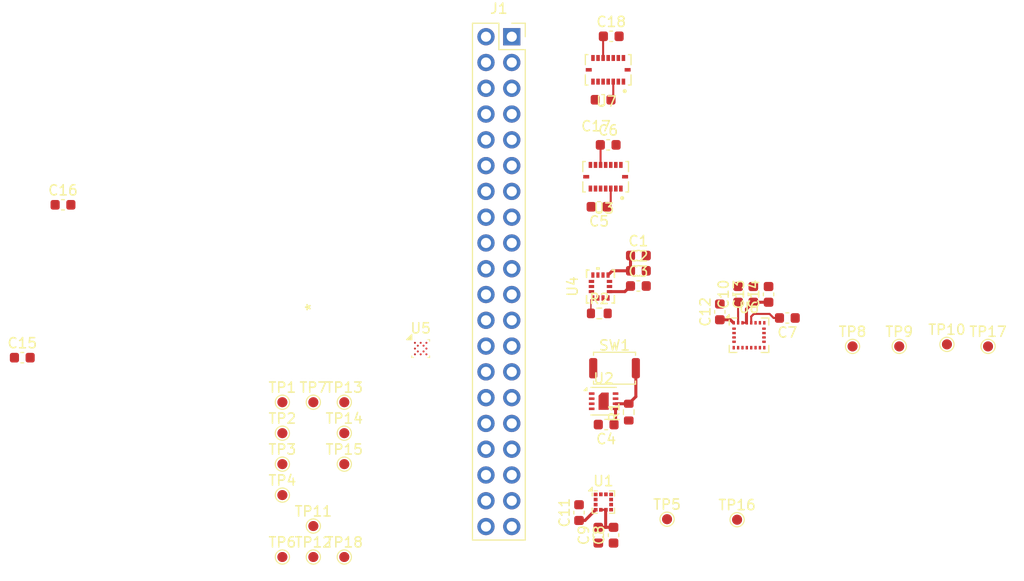
<source format=kicad_pcb>
(kicad_pcb (version 20241228) (generator "pcbnew") (generator_version "9.0")
  (layers (0 "F.Cu" signal) (2 "B.Cu" signal) (13 "F.Paste" user) (15 "B.Paste" user) (5 "F.SilkS" user "F.Silkscreen") (7 "B.SilkS" user "B.Silkscreen") (1 "F.Mask" user) (3 "B.Mask" user) (25 "Edge.Cuts" user))
  (net 0 "")
  (net 1 "GND")
  (net 2 "/+3.3V")
  (net 3 "Net-(U6-CAP)")
  (net 4 "Net-(U6-C1)")
  (net 5 "Net-(U1-C1)")
  (net 6 "Net-(U2-~{RESET})")
  (net 7 "/Sensors/+3.3v")
  (net 8 "Net-(U1-DRDY)")
  (net 9 "/GPIO_139")
  (net 10 "Net-(U1-INT)")
  (net 11 "/GPIO_138")
  (net 13 "Net-(U5-DRDY)")
  (net 14 "Net-(U5-INT)")
  (net 16 "Net-(U6-INT2_A{slash}G)")
  (net 17 "Net-(U6-DRDY_M)")
  (net 18 "Net-(U6-INT1_A{slash}G)")
  (net 19 "Net-(U6-INT_M)")
  (net 20 "/GPIO_44")
  (net 21 "/GPIO_41")
  (net 23 "/GPIO_107")
  (net 24 "/GPIO_105")
  (net 25 "/GPIO_103")
  (net 26 "/GPIO_42")
  (net 27 "/GPIO_109")
  (net 28 "/GPIO_13")
  (net 29 "/+5.0V")
  (net 30 "/GPIO_14")
  (net 31 "/GPIO_113")
  (net 32 "/GPIO_111")
  (net 33 "/GPIO_63")
  (net 34 "/GPIO_43")
  (net 35 "/GPIO_45")
  (net 36 "/GPIO_150")
  (net 37 "/GPIO_0")
  (net 38 "/GPIO_110")
  (net 40 "/GPIO_112")
  (net 41 "/GPIO_148")
  (net 42 "/GPIO_115")
  (net 43 "/GPIO_106")
  (net 44 "/GPIO_114")
  (net 45 "/GPIO_47")
  (net 47 "Net-(U3-INT3)")
  (net 48 "Net-(U3-INT4)")
  (net 49 "Net-(U3-INT1)")
  (net 50 "Net-(U3-INT2)")
  (net 51 "Net-(U7-INT4)")
  (net 52 "Net-(U7-INT2)")
  (net 53 "Net-(U7-INT3)")
  (net 55 "Net-(U7-INT1)")
  (net 56 "Net-(U4-AP_SDO{slash}AP_AD0)")
  (net 58 "Net-(U4-INT2{slash}FSYNC{slash}CLKIN)")
  (net 59 "Net-(U4-INT1{slash}INT)")
  (net 62 "/SARADC_IN4")
  (footprint "TestPoint:TestPoint_Pad_D1.0mm" (layer "F.Cu") (at 149.4 97.25)
    (property "Reference" "TP1" (at 0 -1.448 0) (layer "F.SilkS"))
    (property "Value" "TestPoint")
    (fp_circle (center 0 0) (end 0 0.7) (stroke (width 0.12)) (fill no) (layer "F.SilkS"))
    (pad "1" smd circle (at 0 0) (size 1 1) (layers "F.Cu" "F.Mask") (net 49 "Net-(U3-INT1)"))
  )
  (footprint "Capacitor_SMD:C_0603_1608Metric" (layer "F.Cu") (at 184.475 82.8)
    (property "Reference" "C1" (at 0 -1.43 0) (layer "F.SilkS"))
    (property "Value" "0.1uF")
    (fp_line (start -0.14058 -0.51) (end 0.14058 -0.51) (stroke (width 0.12)) (layer "F.SilkS"))
    (fp_line (start -0.14058 0.51) (end 0.14058 0.51) (stroke (width 0.12)) (layer "F.SilkS"))
    (pad "1" smd roundrect (at -0.775 0) (size 0.9 0.95) (layers "F.Cu" "F.Mask" "F.Paste") (net 2 "/+3.3V"))
    (pad "2" smd roundrect (at 0.775 0) (size 0.9 0.95) (layers "F.Cu" "F.Mask" "F.Paste") (net 1 "GND"))
  )
  (footprint "Capacitor_SMD:C_0603_1608Metric" (layer "F.Cu") (at 180.526 110.3505 90)
    (property "Reference" "C9" (at 0 -1.43 90) (layer "F.SilkS"))
    (property "Value" "100nF")
    (fp_line (start -0.14058 -0.51) (end 0.14058 -0.51) (stroke (width 0.12)) (layer "F.SilkS"))
    (fp_line (start -0.14058 0.51) (end 0.14058 0.51) (stroke (width 0.12)) (layer "F.SilkS"))
    (pad "1" smd roundrect (at -0.775 0 90) (size 0.9 0.95) (layers "F.Cu" "F.Mask" "F.Paste") (net 1 "GND"))
    (pad "2" smd roundrect (at 0.775 0 90) (size 0.9 0.95) (layers "F.Cu" "F.Mask" "F.Paste") (net 2 "/+3.3V"))
  )
  (footprint "Capacitor_SMD:C_0603_1608Metric" (layer "F.Cu") (at 123.775 92.86)
    (property "Reference" "C15" (at 0 -1.43 0) (layer "F.SilkS"))
    (property "Value" "0.1uF")
    (fp_line (start -0.14058 -0.51) (end 0.14058 -0.51) (stroke (width 0.12)) (layer "F.SilkS"))
    (fp_line (start -0.14058 0.51) (end 0.14058 0.51) (stroke (width 0.12)) (layer "F.SilkS"))
    (pad "1" smd roundrect (at -0.775 0) (size 0.9 0.95) (layers "F.Cu" "F.Mask" "F.Paste") (net 1 "GND"))
    (pad "2" smd roundrect (at 0.775 0) (size 0.9 0.95) (layers "F.Cu" "F.Mask" "F.Paste") (net 2 "/+3.3V"))
  )
  (footprint "Package_CSP:WLCSP-12_1.56x1.56mm_P0.4mm" (layer "F.Cu") (at 163.025 91.965)
    (property "Reference" "U5" (at 0 -2 0) (layer "F.SilkS"))
    (property "Value" "BMM150")
    (fp_line (start -0.88 0.88) (end -0.88 0.72) (stroke (width 0.1)) (layer "F.SilkS"))
    (fp_line (start -0.88 0.88) (end -0.72 0.88) (stroke (width 0.1)) (layer "F.SilkS"))
    (fp_line (start 0.88 -0.88) (end 0.72 -0.88) (stroke (width 0.1)) (layer "F.SilkS"))
    (fp_line (start 0.88 -0.88) (end 0.88 -0.72) (stroke (width 0.1)) (layer "F.SilkS"))
    (fp_line (start 0.88 0.88) (end 0.72 0.88) (stroke (width 0.1)) (layer "F.SilkS"))
    (fp_line (start 0.88 0.88) (end 0.88 0.72) (stroke (width 0.1)) (layer "F.SilkS"))
    (fp_poly (pts (xy -0.88 -0.88) (xy -1.38 -0.88) (xy -0.88 -1.38) (xy -0.88 -0.88)) (stroke (width 0.12)) (fill yes) (layer "F.SilkS"))
    (pad "A1" smd circle (at -0.566 -0.566) (size 0.2 0.2) (property pad_prop_bga) (layers "F.Cu" "F.Mask" "F.Paste") (net 2 "/+3.3V"))
    (pad "A3" smd circle (at 0 -0.566) (size 0.2 0.2) (property pad_prop_bga) (layers "F.Cu" "F.Mask" "F.Paste") (net 11 "/GPIO_138"))
    (pad "A5" smd circle (at 0.566 -0.566) (size 0.2 0.2) (property pad_prop_bga) (layers "F.Cu" "F.Mask" "F.Paste") (net 1 "GND"))
    (pad "B2" smd circle (at -0.283 -0.283) (size 0.2 0.2) (property pad_prop_bga) (layers "F.Cu" "F.Mask" "F.Paste") (net 2 "/+3.3V"))
    (pad "B4" smd circle (at 0.283 -0.283) (size 0.2 0.2) (property pad_prop_bga) (layers "F.Cu" "F.Mask" "F.Paste") (net 9 "/GPIO_139"))
    (pad "C1" smd circle (at -0.566 0) (size 0.2 0.2) (property pad_prop_bga) (layers "F.Cu" "F.Mask" "F.Paste") (net 1 "GND"))
    (pad "C5" smd circle (at 0.566 0) (size 0.2 0.2) (property pad_prop_bga) (layers "F.Cu" "F.Mask" "F.Paste") (net 1 "GND"))
    (pad "D2" smd circle (at -0.283 0.283) (size 0.2 0.2) (property pad_prop_bga) (layers "F.Cu" "F.Mask" "F.Paste") (net 14 "Net-(U5-INT)"))
    (pad "D4" smd circle (at 0.283 0.283) (size 0.2 0.2) (property pad_prop_bga) (layers "F.Cu" "F.Mask" "F.Paste") (net 13 "Net-(U5-DRDY)"))
    (pad "E1" smd circle (at -0.566 0.566) (size 0.2 0.2) (property pad_prop_bga) (layers "F.Cu" "F.Mask" "F.Paste") (net 1 "GND"))
    (pad "E3" smd circle (at 0 0.566) (size 0.2 0.2) (property pad_prop_bga) (layers "F.Cu" "F.Mask" "F.Paste") (net 1 "GND"))
    (pad "E5" smd circle (at 0.566 0.566) (size 0.2 0.2) (property pad_prop_bga) (layers "F.Cu" "F.Mask" "F.Paste") (net 2 "/+3.3V"))
  )
  (footprint "Sensor_Humidity:Sensirion_DFN-8-1EP_2.5x2.5mm_P0.5mm_EP1.1x1.7mm" (layer "F.Cu") (at 181.05 97.15)
    (property "Reference" "U2" (at 0 -2.25 0) (layer "F.SilkS"))
    (property "Value" "SHT35-DIS")
    (fp_line (start -1.25 -1.36) (end 1.25 -1.36) (stroke (width 0.12)) (layer "F.SilkS"))
    (fp_line (start -1.25 1.36) (end 1.25 1.36) (stroke (width 0.12)) (layer "F.SilkS"))
    (fp_poly (pts (xy -1.65 -1.05) (xy -1.93 -1.05) (xy -1.65 -1.33) (xy -1.65 -1.05)) (stroke (width 0.12)) (fill yes) (layer "F.SilkS"))
    (pad "1" smd rect (at -1.175 -0.75) (size 0.55 0.25) (layers "F.Cu" "F.Mask" "F.Paste") (net 9 "/GPIO_139"))
    (pad "2" smd rect (at -1.175 -0.25) (size 0.55 0.25) (layers "F.Cu" "F.Mask" "F.Paste") (net 1 "GND"))
    (pad "3" smd rect (at -1.175 0.25) (size 0.55 0.25) (layers "F.Cu" "F.Mask" "F.Paste"))
    (pad "4" smd rect (at -1.175 0.75 180) (size 0.55 0.25) (layers "F.Cu" "F.Mask" "F.Paste") (net 11 "/GPIO_138"))
    (pad "5" smd rect (at 1.175 0.75) (size 0.55 0.25) (layers "F.Cu" "F.Mask" "F.Paste") (net 2 "/+3.3V"))
    (pad "6" smd rect (at 1.175 0.25) (size 0.55 0.25) (layers "F.Cu" "F.Mask" "F.Paste") (net 6 "Net-(U2-~{RESET})"))
    (pad "7" smd rect (at 1.175 -0.25) (size 0.55 0.25) (layers "F.Cu" "F.Mask" "F.Paste") (net 1 "GND"))
    (pad "8" smd rect (at 1.175 -0.75) (size 0.55 0.25) (layers "F.Cu" "F.Mask" "F.Paste") (net 1 "GND"))
    (pad "9" smd custom (at 0 0) (size 1 1) (layers "F.Cu" "F.Mask") (net 1 "GND") (options (clearance outline) (anchor circle)) (primitives (gr_poly (pts (xy 0.5 0.85) (xy -0.5 0.85) (xy -0.5 -0.55) (xy -0.2 -0.85) (xy 0.5 -0.85)) (width 0) (fill yes))))
  )
  (footprint "TestPoint:TestPoint_Pad_D1.0mm" (layer "F.Cu") (at 210.175 91.75)
    (property "Reference" "TP9" (at 0 -1.448 0) (layer "F.SilkS"))
    (property "Value" "TestPoint")
    (fp_circle (center 0 0) (end 0 0.7) (stroke (width 0.12)) (fill no) (layer "F.SilkS"))
    (pad "1" smd circle (at 0 0) (size 1 1) (layers "F.Cu" "F.Mask") (net 16 "Net-(U6-INT2_A{slash}G)"))
  )
  (footprint "Capacitor_SMD:C_0603_1608Metric" (layer "F.Cu") (at 181.5 71.895)
    (property "Reference" "C6" (at 0 -1.43 360) (layer "F.SilkS"))
    (property "Value" "0.1uF")
    (fp_line (start -0.14058 -0.51) (end 0.14058 -0.51) (stroke (width 0.12)) (layer "F.SilkS"))
    (fp_line (start -0.14058 0.51) (end 0.14058 0.51) (stroke (width 0.12)) (layer "F.SilkS"))
    (pad "1" smd roundrect (at -0.775 0) (size 0.9 0.95) (layers "F.Cu" "F.Mask" "F.Paste") (net 2 "/+3.3V"))
    (pad "2" smd roundrect (at 0.775 0) (size 0.9 0.95) (layers "F.Cu" "F.Mask" "F.Paste") (net 1 "GND"))
  )
  (footprint "TestPoint:TestPoint_Pad_D1.0mm" (layer "F.Cu") (at 149.4 103.35)
    (property "Reference" "TP3" (at 0 -1.448 0) (layer "F.SilkS"))
    (property "Value" "TestPoint")
    (fp_circle (center 0 0) (end 0 0.7) (stroke (width 0.12)) (fill no) (layer "F.SilkS"))
    (pad "1" smd circle (at 0 0) (size 1 1) (layers "F.Cu" "F.Mask") (net 47 "Net-(U3-INT3)"))
  )
  (footprint "Button_Switch_SMD:SW_Push_SPST_NO_Alps_SKRK" (layer "F.Cu") (at 182.125 93.9)
    (property "Reference" "SW1" (at 0 -2.25 360) (layer "F.SilkS"))
    (property "Value" "SW_Push")
    (fp_line (start -2.07 -1.57) (end 2.07 -1.57) (stroke (width 0.12)) (layer "F.SilkS"))
    (fp_line (start -2.07 -1.27) (end -2.07 -1.57) (stroke (width 0.12)) (layer "F.SilkS"))
    (fp_line (start -2.07 1.57) (end -2.07 1.27) (stroke (width 0.12)) (layer "F.SilkS"))
    (fp_line (start 2.07 -1.57) (end 2.07 -1.27) (stroke (width 0.12)) (layer "F.SilkS"))
    (fp_line (start 2.07 1.27) (end 2.07 1.57) (stroke (width 0.12)) (layer "F.SilkS"))
    (fp_line (start 2.07 1.57) (end -2.07 1.57) (stroke (width 0.12)) (layer "F.SilkS"))
    (pad "1" smd roundrect (at -2.1 0) (size 0.8 2) (layers "F.Cu" "F.Mask" "F.Paste") (net 1 "GND"))
    (pad "2" smd roundrect (at 2.1 0) (size 0.8 2) (layers "F.Cu" "F.Mask" "F.Paste") (net 6 "Net-(U2-~{RESET})"))
  )
  (footprint "Capacitor_SMD:C_0603_1608Metric" (layer "F.Cu") (at 184.475 85.8)
    (property "Reference" "C3" (at 0 -1.43 0) (layer "F.SilkS"))
    (property "Value" "10nF")
    (fp_line (start -0.14058 -0.51) (end 0.14058 -0.51) (stroke (width 0.12)) (layer "F.SilkS"))
    (fp_line (start -0.14058 0.51) (end 0.14058 0.51) (stroke (width 0.12)) (layer "F.SilkS"))
    (pad "1" smd roundrect (at -0.775 0) (size 0.9 0.95) (layers "F.Cu" "F.Mask" "F.Paste") (net 2 "/+3.3V"))
    (pad "2" smd roundrect (at 0.775 0) (size 0.9 0.95) (layers "F.Cu" "F.Mask" "F.Paste") (net 1 "GND"))
  )
  (footprint "Capacitor_SMD:C_0603_1608Metric" (layer "F.Cu") (at 178.626 108.1255 90)
    (property "Reference" "C11" (at 0 -1.43 90) (layer "F.SilkS"))
    (property "Value" "100nF")
    (fp_line (start -0.14058 -0.51) (end 0.14058 -0.51) (stroke (width 0.12)) (layer "F.SilkS"))
    (fp_line (start -0.14058 0.51) (end 0.14058 0.51) (stroke (width 0.12)) (layer "F.SilkS"))
    (pad "1" smd roundrect (at -0.775 0 90) (size 0.9 0.95) (layers "F.Cu" "F.Mask" "F.Paste") (net 5 "Net-(U1-C1)"))
    (pad "2" smd roundrect (at 0.775 0 90) (size 0.9 0.95) (layers "F.Cu" "F.Mask" "F.Paste") (net 1 "GND"))
  )
  (footprint "Capacitor_SMD:C_0603_1608Metric" (layer "F.Cu") (at 127.785 77.8)
    (property "Reference" "C16" (at 0 -1.43 0) (layer "F.SilkS"))
    (property "Value" "0.1uF")
    (fp_line (start -0.14058 -0.51) (end 0.14058 -0.51) (stroke (width 0.12)) (layer "F.SilkS"))
    (fp_line (start -0.14058 0.51) (end 0.14058 0.51) (stroke (width 0.12)) (layer "F.SilkS"))
    (pad "1" smd roundrect (at -0.775 0) (size 0.9 0.95) (layers "F.Cu" "F.Mask" "F.Paste") (net 2 "/+3.3V"))
    (pad "2" smd roundrect (at 0.775 0) (size 0.9 0.95) (layers "F.Cu" "F.Mask" "F.Paste") (net 1 "GND"))
  )
  (footprint "Capacitor_SMD:C_0603_1608Metric" (layer "F.Cu") (at 180.6 77.995 180)
    (property "Reference" "C5" (at 0 -1.43 360) (layer "F.SilkS"))
    (property "Value" "0.1uF")
    (fp_line (start -0.14058 0.51) (end 0.14058 0.51) (stroke (width 0.12)) (layer "F.SilkS"))
    (fp_line (start -0.14058 -0.51) (end 0.14058 -0.51) (stroke (width 0.12)) (layer "F.SilkS"))
    (pad "1" smd roundrect (at -0.775 0 180) (size 0.9 0.95) (layers "F.Cu" "F.Mask" "F.Paste") (net 2 "/+3.3V"))
    (pad "2" smd roundrect (at 0.775 0 180) (size 0.9 0.95) (layers "F.Cu" "F.Mask" "F.Paste") (net 1 "GND"))
  )
  (footprint "TestPoint:TestPoint_Pad_D1.0mm" (layer "F.Cu") (at 155.5 103.35)
    (property "Reference" "TP15" (at 0 -1.448 0) (layer "F.SilkS"))
    (property "Value" "TestPoint")
    (fp_circle (center 0 0) (end 0 0.7) (stroke (width 0.12)) (fill no) (layer "F.SilkS"))
    (pad "1" smd circle (at 0 0) (size 1 1) (layers "F.Cu" "F.Mask") (net 14 "Net-(U5-INT)"))
  )
  (footprint "Capacitor_SMD:C_0603_1608Metric" (layer "F.Cu") (at 194.3 86.625 90)
    (property "Reference" "C10" (at 0 -1.43 90) (layer "F.SilkS"))
    (property "Value" "10nF")
    (fp_line (start -0.14058 -0.51) (end 0.14058 -0.51) (stroke (width 0.12)) (layer "F.SilkS"))
    (fp_line (start -0.14058 0.51) (end 0.14058 0.51) (stroke (width 0.12)) (layer "F.SilkS"))
    (pad "1" smd roundrect (at -0.775 0 90) (size 0.9 0.95) (layers "F.Cu" "F.Mask" "F.Paste") (net 4 "Net-(U6-C1)"))
    (pad "2" smd roundrect (at 0.775 0 90) (size 0.9 0.95) (layers "F.Cu" "F.Mask" "F.Paste") (net 1 "GND"))
  )
  (footprint "TestPoint:TestPoint_Pad_D1.0mm" (layer "F.Cu") (at 155.5 100.3)
    (property "Reference" "TP14" (at 0 -1.448 0) (layer "F.SilkS"))
    (property "Value" "TestPoint")
    (fp_circle (center 0 0) (end 0 0.7) (stroke (width 0.12)) (fill no) (layer "F.SilkS"))
    (pad "1" smd circle (at 0 0) (size 1 1) (layers "F.Cu" "F.Mask") (net 51 "Net-(U7-INT4)"))
  )
  (footprint "TestPoint:TestPoint_Pad_D1.0mm" (layer "F.Cu") (at 205.575 91.75)
    (property "Reference" "TP8" (at 0 -1.448 0) (layer "F.SilkS"))
    (property "Value" "TestPoint")
    (fp_circle (center 0 0) (end 0 0.7) (stroke (width 0.12)) (fill no) (layer "F.SilkS"))
    (pad "1" smd circle (at 0 0) (size 1 1) (layers "F.Cu" "F.Mask") (net 18 "Net-(U6-INT1_A{slash}G)"))
  )
  (footprint "TestPoint:TestPoint_Pad_D1.0mm" (layer "F.Cu") (at 218.925 91.75)
    (property "Reference" "TP17" (at 0 -1.448 0) (layer "F.SilkS"))
    (property "Value" "TestPoint")
    (fp_circle (center 0 0) (end 0 0.7) (stroke (width 0.12)) (fill no) (layer "F.SilkS"))
    (pad "1" smd circle (at 0 0) (size 1 1) (layers "F.Cu" "F.Mask") (net 17 "Net-(U6-DRDY_M)"))
  )
  (footprint "TestPoint:TestPoint_Pad_D1.0mm" (layer "F.Cu") (at 214.875 91.55)
    (property "Reference" "TP10" (at 0 -1.448 0) (layer "F.SilkS"))
    (property "Value" "TestPoint")
    (fp_circle (center 0 0) (end 0 0.7) (stroke (width 0.12)) (fill no) (layer "F.SilkS"))
    (pad "1" smd circle (at 0 0) (size 1 1) (layers "F.Cu" "F.Mask") (net 19 "Net-(U6-INT_M)"))
  )
  (footprint "Package_LGA:LGA-12_2x2mm_P0.5mm" (layer "F.Cu") (at 181.026 107.088)
    (property "Reference" "U1" (at 0 -2.075 0) (layer "F.SilkS"))
    (property "Value" "LIS3MDL")
    (fp_line (start -1.1 -1.1) (end -1.1 -1.1) (stroke (width 0.12)) (layer "F.SilkS"))
    (fp_line (start -1.1 -0.6) (end -1.1 -0.9) (stroke (width 0.12)) (layer "F.SilkS"))
    (fp_line (start -1.1 0.6) (end -1.1 0.6) (stroke (width 0.12)) (layer "F.SilkS"))
    (fp_line (start -1.1 1.1) (end -1.1 0.6) (stroke (width 0.12)) (layer "F.SilkS"))
    (fp_line (start -0.6 -1.1) (end -0.9 -1.1) (stroke (width 0.12)) (layer "F.SilkS"))
    (fp_line (start -0.6 1.1) (end -1.1 1.1) (stroke (width 0.12)) (layer "F.SilkS"))
    (fp_line (start 0.6 -1.1) (end 1.1 -1.1) (stroke (width 0.12)) (layer "F.SilkS"))
    (fp_line (start 0.6 1.1) (end 0.6 1.1) (stroke (width 0.12)) (layer "F.SilkS"))
    (fp_line (start 1.1 -1.1) (end 1.1 -0.6) (stroke (width 0.12)) (layer "F.SilkS"))
    (fp_line (start 1.1 -0.6) (end 1.1 -0.6) (stroke (width 0.12)) (layer "F.SilkS"))
    (fp_line (start 1.1 0.6) (end 1.1 1.1) (stroke (width 0.12)) (layer "F.SilkS"))
    (fp_line (start 1.1 1.1) (end 0.6 1.1) (stroke (width 0.12)) (layer "F.SilkS"))
    (fp_poly (pts (xy -1.1 -1.1) (xy -1.46 -1.1) (xy -1.1 -1.46) (xy -1.1 -1.1)) (stroke (width 0.12)) (fill yes) (layer "F.SilkS"))
    (pad "1" smd rect (at -0.7625 -0.75) (size 0.375 0.35) (layers "F.Cu" "F.Mask" "F.Paste") (net 11 "/GPIO_138"))
    (pad "2" smd rect (at -0.7625 -0.25) (size 0.375 0.35) (layers "F.Cu" "F.Mask" "F.Paste") (net 1 "GND"))
    (pad "3" smd rect (at -0.7625 0.25) (size 0.375 0.35) (layers "F.Cu" "F.Mask" "F.Paste") (net 1 "GND"))
    (pad "4" smd rect (at -0.7625 0.75) (size 0.375 0.35) (layers "F.Cu" "F.Mask" "F.Paste") (net 5 "Net-(U1-C1)"))
    (pad "5" smd rect (at -0.25 0.7625 90) (size 0.375 0.35) (layers "F.Cu" "F.Mask" "F.Paste") (net 2 "/+3.3V"))
    (pad "6" smd rect (at 0.25 0.7625 90) (size 0.375 0.35) (layers "F.Cu" "F.Mask" "F.Paste") (net 2 "/+3.3V"))
    (pad "7" smd rect (at 0.7625 0.75) (size 0.375 0.35) (layers "F.Cu" "F.Mask" "F.Paste") (net 10 "Net-(U1-INT)"))
    (pad "8" smd rect (at 0.7625 0.25) (size 0.375 0.35) (layers "F.Cu" "F.Mask" "F.Paste") (net 8 "Net-(U1-DRDY)"))
    (pad "9" smd rect (at 0.7625 -0.25) (size 0.375 0.35) (layers "F.Cu" "F.Mask" "F.Paste") (net 1 "GND"))
    (pad "10" smd rect (at 0.7625 -0.75) (size 0.375 0.35) (layers "F.Cu" "F.Mask" "F.Paste") (net 7 "/Sensors/+3.3v"))
    (pad "11" smd rect (at 0.25 -0.7625 90) (size 0.375 0.35) (layers "F.Cu" "F.Mask" "F.Paste") (net 9 "/GPIO_139"))
    (pad "12" smd rect (at -0.25 -0.7625 90) (size 0.375 0.35) (layers "F.Cu" "F.Mask" "F.Paste") (net 1 "GND"))
  )
  (footprint "TestPoint:TestPoint_Pad_D1.0mm" (layer "F.Cu") (at 152.45 112.5)
    (property "Reference" "TP12" (at 0 -1.448 0) (layer "F.SilkS"))
    (property "Value" "TestPoint")
    (fp_circle (center 0 0) (end 0 0.7) (stroke (width 0.12)) (fill no) (layer "F.SilkS"))
    (pad "1" smd circle (at 0 0) (size 1 1) (layers "F.Cu" "F.Mask") (net 52 "Net-(U7-INT2)"))
  )
  (footprint "Resistor_SMD:R_0603_1608Metric" (layer "F.Cu") (at 180.625 88.5)
    (property "Reference" "R2" (at 0 -1.43 0) (layer "F.SilkS"))
    (property "Value" "10k")
    (fp_line (start -0.237258 -0.5225) (end 0.237258 -0.5225) (stroke (width 0.12)) (layer "F.SilkS"))
    (fp_line (start -0.237258 0.5225) (end 0.237258 0.5225) (stroke (width 0.12)) (layer "F.SilkS"))
    (pad "1" smd roundrect (at -0.825 0) (size 0.8 0.95) (layers "F.Cu" "F.Mask" "F.Paste") (net 56 "Net-(U4-AP_SDO{slash}AP_AD0)"))
    (pad "2" smd roundrect (at 0.825 0) (size 0.8 0.95) (layers "F.Cu" "F.Mask" "F.Paste") (net 1 "GND"))
  )
  (footprint "Capacitor_SMD:C_0603_1608Metric" (layer "F.Cu") (at 199.15 88.95 180)
    (property "Reference" "C7" (at 0 -1.43 0) (layer "F.SilkS"))
    (property "Value" "10nF")
    (fp_line (start -0.14058 0.51) (end 0.14058 0.51) (stroke (width 0.12)) (layer "F.SilkS"))
    (fp_line (start -0.14058 -0.51) (end 0.14058 -0.51) (stroke (width 0.12)) (layer "F.SilkS"))
    (pad "1" smd roundrect (at -0.775 0 180) (size 0.9 0.95) (layers "F.Cu" "F.Mask" "F.Paste") (net 1 "GND"))
    (pad "2" smd roundrect (at 0.775 0 180) (size 0.9 0.95) (layers "F.Cu" "F.Mask" "F.Paste") (net 3 "Net-(U6-CAP)"))
  )
  (footprint "TestPoint:TestPoint_Pad_D1.0mm" (layer "F.Cu") (at 155.5 112.5)
    (property "Reference" "TP18" (at 0 -1.448 0) (layer "F.SilkS"))
    (property "Value" "TestPoint")
    (fp_circle (center 0 0) (end 0 0.7) (stroke (width 0.12)) (fill no) (layer "F.SilkS"))
    (pad "1" smd circle (at 0 0) (size 1 1) (layers "F.Cu" "F.Mask") (net 13 "Net-(U5-DRDY)"))
  )
  (footprint "BMI088:PQFN50P450X300X100-16N" (layer "F.Cu") (at 181.25 75.035 180)
    (property "Reference" "U3" (at 0.178 -3.121 180) (layer "F.SilkS"))
    (property "Value" "BMI088")
    (fp_line (start 2.25 1.5) (end 2 1.5) (stroke (width 0.127)) (layer "F.SilkS"))
    (fp_line (start 2.25 0.5) (end 2.25 1.5) (stroke (width 0.127)) (layer "F.SilkS"))
    (fp_line (start 2.25 -0.5) (end 2.25 -1.5) (stroke (width 0.127)) (layer "F.SilkS"))
    (fp_line (start 2.25 -1.5) (end 2 -1.5) (stroke (width 0.127)) (layer "F.SilkS"))
    (fp_line (start -2 1.5) (end -2.25 1.5) (stroke (width 0.127)) (layer "F.SilkS"))
    (fp_line (start -2.25 1.5) (end -2.25 0.5) (stroke (width 0.127)) (layer "F.SilkS"))
    (fp_line (start -2.25 -0.5) (end -2.25 -1.5) (stroke (width 0.127)) (layer "F.SilkS"))
    (fp_line (start -2.25 -1.5) (end -2 -1.5) (stroke (width 0.127)) (layer "F.SilkS"))
    (fp_circle (center -1.629 -2.1) (end -1.529 -2.1) (stroke (width 0.2)) (fill no) (layer "F.SilkS"))
    (pad "1" smd rect (at -1.5 -1.165 90) (size 0.59 0.35) (layers "F.Cu" "F.Mask" "F.Paste") (net 50 "Net-(U3-INT2)"))
    (pad "2" smd rect (at -1 -1.165 90) (size 0.59 0.35) (layers "F.Cu" "F.Mask" "F.Paste") (net 1 "GND"))
    (pad "3" smd rect (at -0.5 -1.165 90) (size 0.59 0.35) (layers "F.Cu" "F.Mask" "F.Paste") (net 2 "/+3.3V"))
    (pad "4" smd rect (at 0 -1.165 90) (size 0.59 0.35) (layers "F.Cu" "F.Mask" "F.Paste") (net 1 "GND"))
    (pad "5" smd rect (at 0.5 -1.165 90) (size 0.59 0.35) (layers "F.Cu" "F.Mask" "F.Paste"))
    (pad "6" smd rect (at 1 -1.165 90) (size 0.59 0.35) (layers "F.Cu" "F.Mask" "F.Paste") (net 1 "GND"))
    (pad "7" smd rect (at 1.5 -1.165 90) (size 0.59 0.35) (layers "F.Cu" "F.Mask" "F.Paste") (net 2 "/+3.3V"))
    (pad "8" smd rect (at 1.915 0) (size 0.59 0.35) (layers "F.Cu" "F.Mask" "F.Paste") (net 11 "/GPIO_138"))
    (pad "9" smd rect (at 1.5 1.165 270) (size 0.59 0.35) (layers "F.Cu" "F.Mask" "F.Paste") (net 9 "/GPIO_139"))
    (pad "10" smd rect (at 1 1.165 270) (size 0.59 0.35) (layers "F.Cu" "F.Mask" "F.Paste") (net 1 "GND"))
    (pad "11" smd rect (at 0.5 1.165 270) (size 0.59 0.35) (layers "F.Cu" "F.Mask" "F.Paste") (net 2 "/+3.3V"))
    (pad "12" smd rect (at 0 1.165 270) (size 0.59 0.35) (layers "F.Cu" "F.Mask" "F.Paste") (net 47 "Net-(U3-INT3)"))
    (pad "13" smd rect (at -0.5 1.165 270) (size 0.59 0.35) (layers "F.Cu" "F.Mask" "F.Paste") (net 48 "Net-(U3-INT4)"))
    (pad "14" smd rect (at -1 1.165 270) (size 0.59 0.35) (layers "F.Cu" "F.Mask" "F.Paste") (net 2 "/+3.3V"))
    (pad "15" smd rect (at -1.5 1.165 270) (size 0.59 0.35) (layers "F.Cu" "F.Mask" "F.Paste") (net 1 "GND"))
    (pad "16" smd rect (at -1.915 0 180) (size 0.59 0.35) (layers "F.Cu" "F.Mask" "F.Paste") (net 49 "Net-(U3-INT1)"))
  )
  (footprint "Capacitor_SMD:C_0603_1608Metric" (layer "F.Cu") (at 195.8 86.625 90)
    (property "Reference" "C13" (at 0 -1.43 90) (layer "F.SilkS"))
    (property "Value" "100nF")
    (fp_line (start -0.14058 -0.51) (end 0.14058 -0.51) (stroke (width 0.12)) (layer "F.SilkS"))
    (fp_line (start -0.14058 0.51) (end 0.14058 0.51) (stroke (width 0.12)) (layer "F.SilkS"))
    (pad "1" smd roundrect (at -0.775 0 90) (size 0.9 0.95) (layers "F.Cu" "F.Mask" "F.Paste") (net 2 "/+3.3V"))
    (pad "2" smd roundrect (at 0.775 0 90) (size 0.9 0.95) (layers "F.Cu" "F.Mask" "F.Paste") (net 1 "GND"))
  )
  (footprint "TestPoint:TestPoint_Pad_D1.0mm" (layer "F.Cu") (at 149.4 112.5)
    (property "Reference" "TP6" (at 0 -1.448 0) (layer "F.SilkS"))
    (property "Value" "TestPoint")
    (fp_circle (center 0 0) (end 0 0.7) (stroke (width 0.12)) (fill no) (layer "F.SilkS"))
    (pad "1" smd circle (at 0 0) (size 1 1) (layers "F.Cu" "F.Mask") (net 58 "Net-(U4-INT2{slash}FSYNC{slash}CLKIN)"))
  )
  (footprint "Capacitor_SMD:C_0603_1608Metric" (layer "F.Cu") (at 197.3 86.625 90)
    (property "Reference" "C14" (at 0 -1.43 90) (layer "F.SilkS"))
    (property "Value" "10uF")
    (fp_line (start -0.14058 -0.51) (end 0.14058 -0.51) (stroke (width 0.12)) (layer "F.SilkS"))
    (fp_line (start -0.14058 0.51) (end 0.14058 0.51) (stroke (width 0.12)) (layer "F.SilkS"))
    (pad "1" smd roundrect (at -0.775 0 90) (size 0.9 0.95) (layers "F.Cu" "F.Mask" "F.Paste") (net 2 "/+3.3V"))
    (pad "2" smd roundrect (at 0.775 0 90) (size 0.9 0.95) (layers "F.Cu" "F.Mask" "F.Paste") (net 1 "GND"))
  )
  (footprint "TestPoint:TestPoint_Pad_D1.0mm" (layer "F.Cu") (at 152.45 109.45)
    (property "Reference" "TP11" (at 0 -1.448 0) (layer "F.SilkS"))
    (property "Value" "TestPoint")
    (fp_circle (center 0 0) (end 0 0.7) (stroke (width 0.12)) (fill no) (layer "F.SilkS"))
    (pad "1" smd circle (at 0 0) (size 1 1) (layers "F.Cu" "F.Mask") (net 55 "Net-(U7-INT1)"))
  )
  (footprint "Resistor_SMD:R_0603_1608Metric" (layer "F.Cu") (at 183.525 98.225 90)
    (property "Reference" "R1" (at 0 -1.43 90) (layer "F.SilkS"))
    (property "Value" "10kΩ")
    (fp_line (start -0.237258 -0.5225) (end 0.237258 -0.5225) (stroke (width 0.12)) (layer "F.SilkS"))
    (fp_line (start -0.237258 0.5225) (end 0.237258 0.5225) (stroke (width 0.12)) (layer "F.SilkS"))
    (pad "1" smd roundrect (at -0.825 0 90) (size 0.8 0.95) (layers "F.Cu" "F.Mask" "F.Paste") (net 2 "/+3.3V"))
    (pad "2" smd roundrect (at 0.825 0 90) (size 0.8 0.95) (layers "F.Cu" "F.Mask" "F.Paste") (net 6 "Net-(U2-~{RESET})"))
  )
  (footprint "Connector_PinSocket_2.54mm:PinSocket_2x20_P2.54mm_Vertical" (layer "F.Cu") (at 172 61.24)
    (property "Reference" "J1" (at -1.27 -2.77 0) (layer "F.SilkS"))
    (property "Value" "Conn_02x20_Odd_Even")
    (fp_line (start -3.87 -1.33) (end -3.87 49.59) (stroke (width 0.12)) (layer "F.SilkS"))
    (fp_line (start -3.87 -1.33) (end -1.27 -1.33) (stroke (width 0.12)) (layer "F.SilkS"))
    (fp_line (start -3.87 49.59) (end 1.33 49.59) (stroke (width 0.12)) (layer "F.SilkS"))
    (fp_line (start -1.27 -1.33) (end -1.27 1.27) (stroke (width 0.12)) (layer "F.SilkS"))
    (fp_line (start -1.27 1.27) (end 1.33 1.27) (stroke (width 0.12)) (layer "F.SilkS"))
    (fp_line (start 0 -1.33) (end 1.33 -1.33) (stroke (width 0.12)) (layer "F.SilkS"))
    (fp_line (start 1.33 -1.33) (end 1.33 0) (stroke (width 0.12)) (layer "F.SilkS"))
    (fp_line (start 1.33 1.27) (end 1.33 49.59) (stroke (width 0.12)) (layer "F.SilkS"))
    (pad "1" thru_hole rect (at 0 0) (size 1.7 1.7) (drill 1) (layers "*.Cu" "*.Mask") (net 2 "/+3.3V"))
    (pad "2" thru_hole oval (at -2.54 0) (size 1.7 1.7) (drill 1) (layers "*.Cu" "*.Mask") (net 29 "/+5.0V"))
    (pad "3" thru_hole oval (at 0 2.54) (size 1.7 1.7) (drill 1) (layers "*.Cu" "*.Mask") (net 9 "/GPIO_139"))
    (pad "4" thru_hole oval (at -2.54 2.54) (size 1.7 1.7) (drill 1) (layers "*.Cu" "*.Mask") (net 29 "/+5.0V"))
    (pad "5" thru_hole oval (at 0 5.08) (size 1.7 1.7) (drill 1) (layers "*.Cu" "*.Mask") (net 11 "/GPIO_138"))
    (pad "6" thru_hole oval (at -2.54 5.08) (size 1.7 1.7) (drill 1) (layers "*.Cu" "*.Mask") (net 1 "GND"))
    (pad "7" thru_hole oval (at 0 7.62) (size 1.7 1.7) (drill 1) (layers "*.Cu" "*.Mask") (net 42 "/GPIO_115"))
    (pad "8" thru_hole oval (at -2.54 7.62) (size 1.7 1.7) (drill 1) (layers "*.Cu" "*.Mask") (net 28 "/GPIO_13"))
    (pad "9" thru_hole oval (at 0 10.16) (size 1.7 1.7) (drill 1) (layers "*.Cu" "*.Mask") (net 1 "GND"))
    (pad "10" thru_hole oval (at -2.54 10.16) (size 1.7 1.7) (drill 1) (layers "*.Cu" "*.Mask") (net 30 "/GPIO_14"))
    (pad "11" thru_hole oval (at 0 12.7) (size 1.7 1.7) (drill 1) (layers "*.Cu" "*.Mask") (net 31 "/GPIO_113"))
    (pad "12" thru_hole oval (at -2.54 12.7) (size 1.7 1.7) (drill 1) (layers "*.Cu" "*.Mask") (net 27 "/GPIO_109"))
    (pad "13" thru_hole oval (at 0 15.24) (size 1.7 1.7) (drill 1) (layers "*.Cu" "*.Mask") (net 32 "/GPIO_111"))
    (pad "14" thru_hole oval (at -2.54 15.24) (size 1.7 1.7) (drill 1) (layers "*.Cu" "*.Mask") (net 1 "GND"))
    (pad "15" thru_hole oval (at 0 17.78) (size 1.7 1.7) (drill 1) (layers "*.Cu" "*.Mask") (net 40 "/GPIO_112"))
    (pad "16" thru_hole oval (at -2.54 17.78) (size 1.7 1.7) (drill 1) (layers "*.Cu" "*.Mask"))
    (pad "17" thru_hole oval (at 0 20.32) (size 1.7 1.7) (drill 1) (layers "*.Cu" "*.Mask") (net 2 "/+3.3V"))
    (pad "18" thru_hole oval (at -2.54 20.32) (size 1.7 1.7) (drill 1) (layers "*.Cu" "*.Mask") (net 41 "/GPIO_148"))
    (pad "19" thru_hole oval (at 0 22.86) (size 1.7 1.7) (drill 1) (layers "*.Cu" "*.Mask") (net 26 "/GPIO_42"))
    (pad "20" thru_hole oval (at -2.54 22.86) (size 1.7 1.7) (drill 1) (layers "*.Cu" "*.Mask") (net 1 "GND"))
    (pad "21" thru_hole oval (at 0 25.4) (size 1.7 1.7) (drill 1) (layers "*.Cu" "*.Mask") (net 21 "/GPIO_41"))
    (pad "22" thru_hole oval (at -2.54 25.4) (size 1.7 1.7) (drill 1) (layers "*.Cu" "*.Mask") (net 62 "/SARADC_IN4"))
    (pad "23" thru_hole oval (at 0 27.94) (size 1.7 1.7) (drill 1) (layers "*.Cu" "*.Mask") (net 34 "/GPIO_43"))
    (pad "24" thru_hole oval (at -2.54 27.94) (size 1.7 1.7) (drill 1) (layers "*.Cu" "*.Mask") (net 20 "/GPIO_44"))
    (pad "25" thru_hole oval (at 0 30.48) (size 1.7 1.7) (drill 1) (layers "*.Cu" "*.Mask") (net 1 "GND"))
    (pad "26" thru_hole oval (at -2.54 30.48) (size 1.7 1.7) (drill 1) (layers "*.Cu" "*.Mask") (net 35 "/GPIO_45"))
    (pad "27" thru_hole oval (at 0 33.02) (size 1.7 1.7) (drill 1) (layers "*.Cu" "*.Mask") (net 36 "/GPIO_150"))
    (pad "28" thru_hole oval (at -2.54 33.02) (size 1.7 1.7) (drill 1) (layers "*.Cu" "*.Mask"))
    (pad "29" thru_hole oval (at 0 35.56) (size 1.7 1.7) (drill 1) (layers "*.Cu" "*.Mask") (net 33 "/GPIO_63"))
    (pad "30" thru_hole oval (at -2.54 35.56) (size 1.7 1.7) (drill 1) (layers "*.Cu" "*.Mask") (net 1 "GND"))
    (pad "31" thru_hole oval (at 0 38.1) (size 1.7 1.7) (drill 1) (layers "*.Cu" "*.Mask") (net 45 "/GPIO_47"))
    (pad "32" thru_hole oval (at -2.54 38.1) (size 1.7 1.7) (drill 1) (layers "*.Cu" "*.Mask") (net 44 "/GPIO_114"))
    (pad "33" thru_hole oval (at 0 40.64) (size 1.7 1.7) (drill 1) (layers "*.Cu" "*.Mask") (net 25 "/GPIO_103"))
    (pad "34" thru_hole oval (at -2.54 40.64) (size 1.7 1.7) (drill 1) (layers "*.Cu" "*.Mask") (net 1 "GND"))
    (pad "35" thru_hole oval (at 0 43.18) (size 1.7 1.7) (drill 1) (layers "*.Cu" "*.Mask") (net 38 "/GPIO_110"))
    (pad "36" thru_hole oval (at -2.54 43.18) (size 1.7 1.7) (drill 1) (layers "*.Cu" "*.Mask") (net 24 "/GPIO_105"))
    (pad "37" thru_hole oval (at 0 45.72) (size 1.7 1.7) (drill 1) (layers "*.Cu" "*.Mask") (net 37 "/GPIO_0"))
    (pad "38" thru_hole oval (at -2.54 45.72) (size 1.7 1.7) (drill 1) (layers "*.Cu" "*.Mask") (net 43 "/GPIO_106"))
    (pad "39" thru_hole oval (at 0 48.26) (size 1.7 1.7) (drill 1) (layers "*.Cu" "*.Mask") (net 1 "GND"))
    (pad "40" thru_hole oval (at -2.54 48.26) (size 1.7 1.7) (drill 1) (layers "*.Cu" "*.Mask") (net 23 "/GPIO_107"))
  )
  (footprint "Capacitor_SMD:C_0603_1608Metric" (layer "F.Cu") (at 181.3 99.45 180)
    (property "Reference" "C4" (at 0 -1.43 360) (layer "F.SilkS"))
    (property "Value" "100nF")
    (fp_line (start -0.14058 0.51) (end 0.14058 0.51) (stroke (width 0.12)) (layer "F.SilkS"))
    (fp_line (start -0.14058 -0.51) (end 0.14058 -0.51) (stroke (width 0.12)) (layer "F.SilkS"))
    (pad "1" smd roundrect (at -0.775 0 180) (size 0.9 0.95) (layers "F.Cu" "F.Mask" "F.Paste") (net 2 "/+3.3V"))
    (pad "2" smd roundrect (at 0.775 0 180) (size 0.9 0.95) (layers "F.Cu" "F.Mask" "F.Paste") (net 1 "GND"))
  )
  (footprint "TestPoint:TestPoint_Pad_D1.0mm" (layer "F.Cu") (at 149.4 100.3)
    (property "Reference" "TP2" (at 0 -1.448 0) (layer "F.SilkS"))
    (property "Value" "TestPoint")
    (fp_circle (center 0 0) (end 0 0.7) (stroke (width 0.12)) (fill no) (layer "F.SilkS"))
    (pad "1" smd circle (at 0 0) (size 1 1) (layers "F.Cu" "F.Mask") (net 50 "Net-(U3-INT2)"))
  )
  (footprint "Capacitor_SMD:C_0603_1608Metric" (layer "F.Cu") (at 182.026 110.3505 90)
    (property "Reference" "C8" (at 0 -1.43 90) (layer "F.SilkS"))
    (property "Value" "1uF")
    (fp_line (start -0.14058 -0.51) (end 0.14058 -0.51) (stroke (width 0.12)) (layer "F.SilkS"))
    (fp_line (start -0.14058 0.51) (end 0.14058 0.51) (stroke (width 0.12)) (layer "F.SilkS"))
    (pad "1" smd roundrect (at -0.775 0 90) (size 0.9 0.95) (layers "F.Cu" "F.Mask" "F.Paste") (net 1 "GND"))
    (pad "2" smd roundrect (at 0.775 0 90) (size 0.9 0.95) (layers "F.Cu" "F.Mask" "F.Paste") (net 2 "/+3.3V"))
  )
  (footprint "Capacitor_SMD:C_0603_1608Metric" (layer "F.Cu") (at 181 67.45 180)
    (property "Reference" "C17" (at 0.7 -2.605 360) (layer "F.SilkS"))
    (property "Value" "0.1uF")
    (fp_line (start -0.14058 0.51) (end 0.14058 0.51) (stroke (width 0.12)) (layer "F.SilkS"))
    (fp_line (start -0.14058 -0.51) (end 0.14058 -0.51) (stroke (width 0.12)) (layer "F.SilkS"))
    (pad "1" smd roundrect (at -0.775 0 180) (size 0.9 0.95) (layers "F.Cu" "F.Mask" "F.Paste") (net 2 "/+3.3V"))
    (pad "2" smd roundrect (at 0.775 0 180) (size 0.9 0.95) (layers "F.Cu" "F.Mask" "F.Paste") (net 1 "GND"))
  )
  (footprint "TestPoint:TestPoint_Pad_D1.0mm" (layer "F.Cu") (at 194.201 108.8255)
    (property "Reference" "TP16" (at 0 -1.448 0) (layer "F.SilkS"))
    (property "Value" "TestPoint")
    (fp_circle (center 0 0) (end 0 0.7) (stroke (width 0.12)) (fill no) (layer "F.SilkS"))
    (pad "1" smd circle (at 0 0) (size 1 1) (layers "F.Cu" "F.Mask") (net 8 "Net-(U1-DRDY)"))
  )
  (footprint "BMI088:PQFN50P450X300X100-16N" (layer "F.Cu") (at 181.5 64.5 180)
    (property "Reference" "U7" (at 0.178 -3.121 180) (layer "F.SilkS"))
    (property "Value" "BMI088")
    (fp_line (start 2.25 1.5) (end 2 1.5) (stroke (width 0.127)) (layer "F.SilkS"))
    (fp_line (start 2.25 0.5) (end 2.25 1.5) (stroke (width 0.127)) (layer "F.SilkS"))
    (fp_line (start 2.25 -0.5) (end 2.25 -1.5) (stroke (width 0.127)) (layer "F.SilkS"))
    (fp_line (start 2.25 -1.5) (end 2 -1.5) (stroke (width 0.127)) (layer "F.SilkS"))
    (fp_line (start -2 1.5) (end -2.25 1.5) (stroke (width 0.127)) (layer "F.SilkS"))
    (fp_line (start -2.25 1.5) (end -2.25 0.5) (stroke (width 0.127)) (layer "F.SilkS"))
    (fp_line (start -2.25 -0.5) (end -2.25 -1.5) (stroke (width 0.127)) (layer "F.SilkS"))
    (fp_line (start -2.25 -1.5) (end -2 -1.5) (stroke (width 0.127)) (layer "F.SilkS"))
    (fp_circle (center -1.629 -2.1) (end -1.529 -2.1) (stroke (width 0.2)) (fill no) (layer "F.SilkS"))
    (pad "1" smd rect (at -1.5 -1.165 90) (size 0.59 0.35) (layers "F.Cu" "F.Mask" "F.Paste") (net 52 "Net-(U7-INT2)"))
    (pad "2" smd rect (at -1 -1.165 90) (size 0.59 0.35) (layers "F.Cu" "F.Mask" "F.Paste") (net 1 "GND"))
    (pad "3" smd rect (at -0.5 -1.165 90) (size 0.59 0.35) (layers "F.Cu" "F.Mask" "F.Paste") (net 2 "/+3.3V"))
    (pad "4" smd rect (at 0 -1.165 90) (size 0.59 0.35) (layers "F.Cu" "F.Mask" "F.Paste") (net 1 "GND"))
    (pad "5" smd rect (at 0.5 -1.165 90) (size 0.59 0.35) (layers "F.Cu" "F.Mask" "F.Paste"))
    (pad "6" smd rect (at 1 -1.165 90) (size 0.59 0.35) (layers "F.Cu" "F.Mask" "F.Paste") (net 1 "GND"))
    (pad "7" smd rect (at 1.5 -1.165 90) (size 0.59 0.35) (layers "F.Cu" "F.Mask" "F.Paste") (net 2 "/+3.3V"))
    (pad "8" smd rect (at 1.915 0) (size 0.59 0.35) (layers "F.Cu" "F.Mask" "F.Paste") (net 11 "/GPIO_138"))
    (pad "9" smd rect (at 1.5 1.165 270) (size 0.59 0.35) (layers "F.Cu" "F.Mask" "F.Paste") (net 9 "/GPIO_139"))
    (pad "10" smd rect (at 1 1.165 270) (size 0.59 0.35) (layers "F.Cu" "F.Mask" "F.Paste") (net 2 "/+3.3V"))
    (pad "11" smd rect (at 0.5 1.165 270) (size 0.59 0.35) (layers "F.Cu" "F.Mask" "F.Paste") (net 2 "/+3.3V"))
    (pad "12" smd rect (at 0 1.165 270) (size 0.59 0.35) (layers "F.Cu" "F.Mask" "F.Paste") (net 53 "Net-(U7-INT3)"))
    (pad "13" smd rect (at -0.5 1.165 270) (size 0.59 0.35) (layers "F.Cu" "F.Mask" "F.Paste") (net 51 "Net-(U7-INT4)"))
    (pad "14" smd rect (at -1 1.165 270) (size 0.59 0.35) (layers "F.Cu" "F.Mask" "F.Paste") (net 2 "/+3.3V"))
    (pad "15" smd rect (at -1.5 1.165 270) (size 0.59 0.35) (layers "F.Cu" "F.Mask" "F.Paste") (net 2 "/+3.3V"))
    (pad "16" smd rect (at -1.915 0 180) (size 0.59 0.35) (layers "F.Cu" "F.Mask" "F.Paste") (net 55 "Net-(U7-INT1)"))
  )
  (footprint "Capacitor_SMD:C_0603_1608Metric" (layer "F.Cu") (at 184.475 84.3)
    (property "Reference" "C2" (at 0 -1.43 0) (layer "F.SilkS"))
    (property "Value" "2.2uF")
    (fp_line (start -0.14058 -0.51) (end 0.14058 -0.51) (stroke (width 0.12)) (layer "F.SilkS"))
    (fp_line (start -0.14058 0.51) (end 0.14058 0.51) (stroke (width 0.12)) (layer "F.SilkS"))
    (pad "1" smd roundrect (at -0.775 0) (size 0.9 0.95) (layers "F.Cu" "F.Mask" "F.Paste") (net 2 "/+3.3V"))
    (pad "2" smd roundrect (at 0.775 0) (size 0.9 0.95) (layers "F.Cu" "F.Mask" "F.Paste") (net 1 "GND"))
  )
  (footprint "ICM-42688-P:LGA14_2P5X3X0P91_IVS" (layer "F.Cu") (at 180.739 85.849999 90)
    (property "Reference" "U4" (at 0 -2.749999 90) (layer "F.SilkS"))
    (property "Value" "ICM-42688-P" (hide yes))
    (fp_line (start 1.6256 -1.3716) (end 0.905585 -1.3716) (stroke (width 0.1524)) (layer "F.SilkS"))
    (fp_line (start -0.905585 -1.3716) (end -1.6256 -1.3716) (stroke (width 0.1524)) (layer "F.SilkS"))
    (fp_line (start -1.6256 -1.3716) (end -1.6256 -1.144182) (stroke (width 0.1524)) (layer "F.SilkS"))
    (fp_line (start 1.6256 -1.144182) (end 1.6256 -1.3716) (stroke (width 0.1524)) (layer "F.SilkS"))
    (fp_line (start -1.6256 1.144182) (end -1.6256 1.3716) (stroke (width 0.1524)) (layer "F.SilkS"))
    (fp_line (start 1.6256 1.3716) (end 1.6256 1.144182) (stroke (width 0.1524)) (layer "F.SilkS"))
    (fp_line (start 0.905585 1.3716) (end 1.6256 1.3716) (stroke (width 0.1524)) (layer "F.SilkS"))
    (fp_line (start -1.6256 1.3716) (end -0.905585 1.3716) (stroke (width 0.1524)) (layer "F.SilkS"))
    (fp_poly (pts (xy 1.905 -0.4405) (xy 1.905 -0.059499) (xy 1.651 -0.059499) (xy 1.651 -0.4405)) (fill yes) (layer "F.SilkS"))
    (fp_text user "*" (at -2.032 -28.505 90) (layer "F.SilkS"))
    (fp_text user "*" (at -2.032 -28.505 90) (layer "F.SilkS"))
    (pad "1" smd rect (at -1.1303 -0.750001 180) (size 0.3048 0.5334) (layers "F.Cu" "F.Mask" "F.Paste") (net 56 "Net-(U4-AP_SDO{slash}AP_AD0)"))
    (pad "2" smd rect (at -1.1303 -0.25 180) (size 0.3048 0.5334) (layers "F.Cu" "F.Mask" "F.Paste"))
    (pad "3" smd rect (at -1.1303 0.25 180) (size 0.3048 0.5334) (layers "F.Cu" "F.Mask" "F.Paste"))
    (pad "4" smd rect (at -1.1303 0.750001 180) (size 0.3048 0.5334) (layers "F.Cu" "F.Mask" "F.Paste") (net 59 "Net-(U4-INT1{slash}INT)"))
    (pad "5" smd rect (at -0.499999 0.889 90) (size 0.3048 0.5334) (layers "F.Cu" "F.Mask" "F.Paste") (net 2 "/+3.3V"))
    (pad "6" smd rect (at 0 0.889 90) (size 0.3048 0.5334) (layers "F.Cu" "F.Mask" "F.Paste") (net 1 "GND"))
    (pad "7" smd rect (at 0.499999 0.889 90) (size 0.3048 0.5334) (layers "F.Cu" "F.Mask" "F.Paste") (net 1 "GND"))
    (pad "8" smd rect (at 1.1303 0.750001 180) (size 0.3048 0.5334) (layers "F.Cu" "F.Mask" "F.Paste") (net 2 "/+3.3V"))
    (pad "9" smd rect (at 1.1303 0.25 180) (size 0.3048 0.5334) (layers "F.Cu" "F.Mask" "F.Paste") (net 58 "Net-(U4-INT2{slash}FSYNC{slash}CLKIN)"))
    (pad "10" smd rect (at 1.1303 -0.25 180) (size 0.3048 0.5334) (layers "F.Cu" "F.Mask" "F.Paste"))
    (pad "11" smd rect (at 1.1303 -0.750001 180) (size 0.3048 0.5334) (layers "F.Cu" "F.Mask" "F.Paste") (net 1 "GND"))
    (pad "12" smd rect (at 0.499999 -0.889 90) (size 0.3048 0.5334) (layers "F.Cu" "F.Mask" "F.Paste") (net 2 "/+3.3V"))
    (pad "13" smd rect (at 0 -0.889 90) (size 0.3048 0.5334) (layers "F.Cu" "F.Mask" "F.Paste") (net 11 "/GPIO_138"))
    (pad "14" smd rect (at -0.499999 -0.889 90) (size 0.3048 0.5334) (layers "F.Cu" "F.Mask" "F.Paste") (net 9 "/GPIO_139"))
  )
  (footprint "Package_LGA:LGA-24L_3x3.5mm_P0.43mm" (layer "F.Cu") (at 195.375 90.65)
    (property "Reference" "U6" (at 0 -2.7 0) (layer "F.SilkS"))
    (property "Value" "LSM9DS1")
    (fp_line (start -1.95 -1.5) (end -1.95 -1) (stroke (width 0.12)) (layer "F.SilkS"))
    (fp_line (start -1.95 1.7) (end -1.95 1) (stroke (width 0.12)) (layer "F.SilkS"))
    (fp_line (start -1.2 -1.7) (end -1.75 -1.7) (stroke (width 0.12)) (layer "F.SilkS"))
    (fp_line (start -1.2 1.7) (end -1.95 1.7) (stroke (width 0.12)) (layer "F.SilkS"))
    (fp_line (start 1.2 -1.7) (end 1.95 -1.7) (stroke (width 0.12)) (layer "F.SilkS"))
    (fp_line (start 1.95 -1.7) (end 1.95 -1) (stroke (width 0.12)) (layer "F.SilkS"))
    (fp_line (start 1.95 1) (end 1.95 1.7) (stroke (width 0.12)) (layer "F.SilkS"))
    (fp_line (start 1.95 1.7) (end 1.2 1.7) (stroke (width 0.12)) (layer "F.SilkS"))
    (fp_poly (pts (xy -1.95 -1.7) (xy -2.31 -1.7) (xy -1.95 -2.06) (xy -1.95 -1.7)) (stroke (width 0.1)) (fill yes) (layer "F.SilkS"))
    (pad "1" smd rect (at -1.505 -1.225) (size 0.23 0.35) (layers "F.Cu" "F.Mask" "F.Paste") (net 2 "/+3.3V"))
    (pad "2" smd rect (at -1.475 -0.645) (size 0.35 0.23) (layers "F.Cu" "F.Mask" "F.Paste") (net 11 "/GPIO_138"))
    (pad "3" smd rect (at -1.475 -0.215) (size 0.35 0.23) (layers "F.Cu" "F.Mask" "F.Paste") (net 2 "/+3.3V"))
    (pad "4" smd rect (at -1.475 0.215) (size 0.35 0.23) (layers "F.Cu" "F.Mask" "F.Paste") (net 9 "/GPIO_139"))
    (pad "5" smd rect (at -1.475 0.645) (size 0.35 0.23) (layers "F.Cu" "F.Mask" "F.Paste") (net 1 "GND"))
    (pad "6" smd rect (at -1.505 1.225) (size 0.23 0.35) (layers "F.Cu" "F.Mask" "F.Paste") (net 1 "GND"))
    (pad "7" smd rect (at -1.075 1.225) (size 0.23 0.35) (layers "F.Cu" "F.Mask" "F.Paste") (net 2 "/+3.3V"))
    (pad "8" smd rect (at -0.645 1.225) (size 0.23 0.35) (layers "F.Cu" "F.Mask" "F.Paste") (net 2 "/+3.3V"))
    (pad "9" smd rect (at -0.215 1.225) (size 0.23 0.35) (layers "F.Cu" "F.Mask" "F.Paste") (net 17 "Net-(U6-DRDY_M)"))
    (pad "10" smd rect (at 0.215 1.225) (size 0.23 0.35) (layers "F.Cu" "F.Mask" "F.Paste") (net 19 "Net-(U6-INT_M)"))
    (pad "11" smd rect (at 0.645 1.225) (size 0.23 0.35) (layers "F.Cu" "F.Mask" "F.Paste") (net 18 "Net-(U6-INT1_A{slash}G)"))
    (pad "12" smd rect (at 1.075 1.225) (size 0.23 0.35) (layers "F.Cu" "F.Mask" "F.Paste") (net 16 "Net-(U6-INT2_A{slash}G)"))
    (pad "13" smd rect (at 1.505 1.225) (size 0.23 0.35) (layers "F.Cu" "F.Mask" "F.Paste"))
    (pad "14" smd rect (at 1.475 0.645) (size 0.35 0.23) (layers "F.Cu" "F.Mask" "F.Paste") (net 1 "GND"))
    (pad "15" smd rect (at 1.475 0.215) (size 0.35 0.23) (layers "F.Cu" "F.Mask" "F.Paste") (net 1 "GND"))
    (pad "16" smd rect (at 1.475 -0.215) (size 0.35 0.23) (layers "F.Cu" "F.Mask" "F.Paste") (net 1 "GND"))
    (pad "17" smd rect (at 1.475 -0.645) (size 0.35 0.23) (layers "F.Cu" "F.Mask" "F.Paste") (net 1 "GND"))
    (pad "18" smd rect (at 1.505 -1.225) (size 0.23 0.35) (layers "F.Cu" "F.Mask" "F.Paste") (net 1 "GND"))
    (pad "19" smd rect (at 1.075 -1.225) (size 0.23 0.35) (layers "F.Cu" "F.Mask" "F.Paste") (net 1 "GND"))
    (pad "20" smd rect (at 0.645 -1.225) (size 0.23 0.35) (layers "F.Cu" "F.Mask" "F.Paste") (net 1 "GND"))
    (pad "21" smd rect (at 0.215 -1.225) (size 0.23 0.35) (layers "F.Cu" "F.Mask" "F.Paste") (net 3 "Net-(U6-CAP)"))
    (pad "22" smd rect (at -0.215 -1.225) (size 0.23 0.35) (layers "F.Cu" "F.Mask" "F.Paste") (net 2 "/+3.3V"))
    (pad "23" smd rect (at -0.645 -1.225) (size 0.23 0.35) (layers "F.Cu" "F.Mask" "F.Paste") (net 2 "/+3.3V"))
    (pad "24" smd rect (at -1.075 -1.225) (size 0.23 0.35) (layers "F.Cu" "F.Mask" "F.Paste") (net 4 "Net-(U6-C1)"))
  )
  (footprint "TestPoint:TestPoint_Pad_D1.0mm" (layer "F.Cu") (at 149.4 106.4)
    (property "Reference" "TP4" (at 0 -1.448 0) (layer "F.SilkS"))
    (property "Value" "TestPoint")
    (fp_circle (center 0 0) (end 0 0.7) (stroke (width 0.12)) (fill no) (layer "F.SilkS"))
    (pad "1" smd circle (at 0 0) (size 1 1) (layers "F.Cu" "F.Mask") (net 48 "Net-(U3-INT4)"))
  )
  (footprint "Capacitor_SMD:C_0603_1608Metric" (layer "F.Cu") (at 192.5 88.35 90)
    (property "Reference" "C12" (at 0 -1.43 90) (layer "F.SilkS"))
    (property "Value" "100nF")
    (fp_line (start -0.14058 -0.51) (end 0.14058 -0.51) (stroke (width 0.12)) (layer "F.SilkS"))
    (fp_line (start -0.14058 0.51) (end 0.14058 0.51) (stroke (width 0.12)) (layer "F.SilkS"))
    (pad "1" smd roundrect (at -0.775 0 90) (size 0.9 0.95) (layers "F.Cu" "F.Mask" "F.Paste") (net 2 "/+3.3V"))
    (pad "2" smd roundrect (at 0.775 0 90) (size 0.9 0.95) (layers "F.Cu" "F.Mask" "F.Paste") (net 1 "GND"))
  )
  (footprint "TestPoint:TestPoint_Pad_D1.0mm" (layer "F.Cu") (at 155.5 97.25)
    (property "Reference" "TP13" (at 0 -1.448 0) (layer "F.SilkS"))
    (property "Value" "TestPoint")
    (fp_circle (center 0 0) (end 0 0.7) (stroke (width 0.12)) (fill no) (layer "F.SilkS"))
    (pad "1" smd circle (at 0 0) (size 1 1) (layers "F.Cu" "F.Mask") (net 53 "Net-(U7-INT3)"))
  )
  (footprint "Capacitor_SMD:C_0603_1608Metric" (layer "F.Cu") (at 181.8 61.2)
    (property "Reference" "C18" (at 0 -1.43 360) (layer "F.SilkS"))
    (property "Value" "0.1uF")
    (fp_line (start -0.14058 -0.51) (end 0.14058 -0.51) (stroke (width 0.12)) (layer "F.SilkS"))
    (fp_line (start -0.14058 0.51) (end 0.14058 0.51) (stroke (width 0.12)) (layer "F.SilkS"))
    (pad "1" smd roundrect (at -0.775 0) (size 0.9 0.95) (layers "F.Cu" "F.Mask" "F.Paste") (net 2 "/+3.3V"))
    (pad "2" smd roundrect (at 0.775 0) (size 0.9 0.95) (layers "F.Cu" "F.Mask" "F.Paste") (net 1 "GND"))
  )
  (footprint "TestPoint:TestPoint_Pad_D1.0mm" (layer "F.Cu") (at 187.301 108.7755)
    (property "Reference" "TP5" (at 0 -1.448 0) (layer "F.SilkS"))
    (property "Value" "TestPoint")
    (fp_circle (center 0 0) (end 0 0.7) (stroke (width 0.12)) (fill no) (layer "F.SilkS"))
    (pad "1" smd circle (at 0 0) (size 1 1) (layers "F.Cu" "F.Mask") (net 10 "Net-(U1-INT)"))
  )
  (footprint "TestPoint:TestPoint_Pad_D1.0mm" (layer "F.Cu") (at 152.45 97.25)
    (property "Reference" "TP7" (at 0 -1.448 0) (layer "F.SilkS"))
    (property "Value" "TestPoint")
    (fp_circle (center 0 0) (end 0 0.7) (stroke (width 0.12)) (fill no) (layer "F.SilkS"))
    (pad "1" smd circle (at 0 0) (size 1 1) (layers "F.Cu" "F.Mask") (net 59 "Net-(U4-INT1{slash}INT)"))
  )
  (segment (start 181.25 109.5495) (end 181.25 107.8505) (width 0.3) (layer "F.Cu") (net 2))
  (segment (start 181.276 107.8505) (end 180.776 107.8505) (width 0.2) (layer "F.Cu") (net 2))
  (segment (start 195.124 88.076) (end 195.124 89.425) (width 0.3) (layer "F.Cu") (net 2))
  (segment (start 181.276 109.5755) (end 181.25 109.5495) (width 0.3) (layer "F.Cu") (net 2))
  (segment (start 182 67.225) (end 182 65.665) (width 0.2) (layer "F.Cu") (net 2))
  (segment (start 197.3 87.4) (end 195.8 87.4) (width 0.3) (layer "F.Cu") (net 2))
  (segment (start 181.276 109.5755) (end 182.026 109.5755) (width 0.3) (layer "F.Cu") (net 2))
  (segment (start 195.8 87.4) (end 195.124 88.076) (width 0.3) (layer "F.Cu") (net 2))
  (segment (start 182.225 97.9) (end 182.225 99.3) (width 0.3) (layer "F.Cu") (net 2))
  (segment (start 192.5 89.125) (end 193.534 89.125) (width 0.3) (layer "F.Cu") (net 2))
  (segment (start 181.375 77.995) (end 181.75 77.62) (width 0.2) (layer "F.Cu") (net 2))
  (segment (start 180.75 73.87) (end 180.75 71.92) (width 0.2) (layer "F.Cu") (net 2))
  (segment (start 181 61.225) (end 181.025 61.2) (width 0.2) (layer "F.Cu") (net 2))
  (segment (start 181 63.335) (end 181 61.225) (width 0.2) (layer "F.Cu") (net 2))
  (segment (start 182.225 99.3) (end 182.075 99.45) (width 0.3) (layer "F.Cu") (net 2))
  (segment (start 183.7 85.8) (end 183.146601 86.353399) (width 0.3) (layer "F.Cu") (net 2))
  (segment (start 181.75 77.62) (end 181.75 76.2) (width 0.2) (layer "F.Cu") (net 2))
  (segment (start 180.75 71.92) (end 180.725 71.895) (width 0.2) (layer "F.Cu") (net 2))
  (segment (start 181.912099 84.3) (end 181.4924 84.719699) (width 0.3) (layer "F.Cu") (net 2))
  (segment (start 183.146601 86.353399) (end 181.628 86.353399) (width 0.3) (layer "F.Cu") (net 2))
  (segment (start 180.526 109.5755) (end 181.276 109.5755) (width 0.3) (layer "F.Cu") (net 2))
  (segment (start 181.775 67.45) (end 182 67.225) (width 0.2) (layer "F.Cu") (net 2))
  (segment (start 183.7 82.8) (end 183.7 84.3) (width 0.3) (layer "F.Cu") (net 2))
  (segment (start 183.7 84.3) (end 181.912099 84.3) (width 0.3) (layer "F.Cu") (net 2))
  (segment (start 194.73 89.425) (end 195.16 89.425) (width 0.2) (layer "F.Cu") (net 2))
  (segment (start 193.534 89.125) (end 193.834 89.425) (width 0.3) (layer "F.Cu") (net 2))
  (segment (start 198.375 88.95) (end 197.8 88.95) (width 0.2) (layer "F.Cu") (net 3))
  (segment (start 197.8 88.95) (end 197.4 88.55) (width 0.2) (layer "F.Cu") (net 3))
  (segment (start 197.4 88.55) (end 195.85 88.55) (width 0.2) (layer "F.Cu") (net 3))
  (segment (start 195.85 88.55) (end 195.75 88.65) (width 0.2) (layer "F.Cu") (net 3))
  (segment (start 195.75 88.65) (end 195.59 88.81) (width 0.2) (layer "F.Cu") (net 3))
  (segment (start 195.59 88.81) (end 195.59 89.425) (width 0.2) (layer "F.Cu") (net 3))
  (segment (start 195.85 88.55) (end 195.59 88.81) (width 0.2) (layer "F.Cu") (net 3))
  (segment (start 194.3 87.4) (end 194.3 89.425) (width 0.2) (layer "F.Cu") (net 4))
  (segment (start 178.626 108.9005) (end 179.2135 108.9005) (width 0.3) (layer "F.Cu") (net 5))
  (segment (start 179.2135 108.9005) (end 180.25 107.864) (width 0.3) (layer "F.Cu") (net 5))
  (segment (start 183.525 97.4) (end 184.225 96.7) (width 0.3) (layer "F.Cu") (net 6))
  (segment (start 184.225 96.7) (end 184.225 93.9) (width 0.3) (layer "F.Cu") (net 6))
  (segment (start 182.225 97.4) (end 183.525 97.4) (width 0.3) (layer "F.Cu") (net 6))
  (segment (start 179.8 88.5) (end 179.8 87.169298) (width 0.125) (layer "F.Cu") (net 56))
  (segment (start 179.8 87.169298) (end 179.988999 86.980299) (width 0.125) (layer "F.Cu") (net 56))
)
</source>
